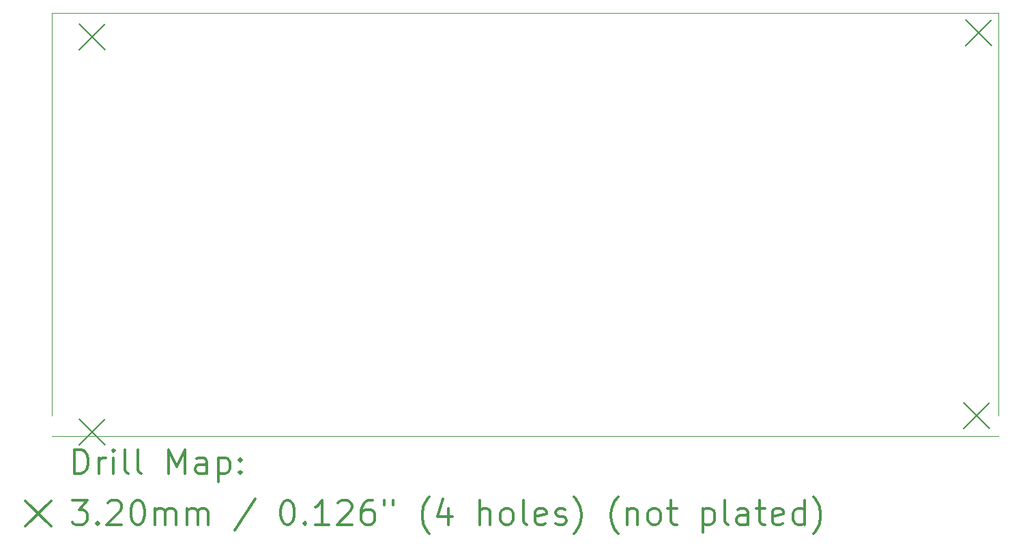
<source format=gbr>
%FSLAX45Y45*%
G04 Gerber Fmt 4.5, Leading zero omitted, Abs format (unit mm)*
G04 Created by KiCad (PCBNEW (5.1.5-0)) date 2020-04-03 13:37:01*
%MOMM*%
%LPD*%
G04 APERTURE LIST*
%TA.AperFunction,Profile*%
%ADD10C,0.050000*%
%TD*%
%ADD11C,0.200000*%
%ADD12C,0.300000*%
G04 APERTURE END LIST*
D10*
X11750000Y250000D02*
X11750000Y5250000D01*
X11750000Y5250000D02*
X0Y5250000D01*
X0Y0D02*
X11750000Y0D01*
X0Y5250000D02*
X0Y250000D01*
D11*
X11315000Y410000D02*
X11635000Y90000D01*
X11635000Y410000D02*
X11315000Y90000D01*
X11340000Y5160000D02*
X11660000Y4840000D01*
X11660000Y5160000D02*
X11340000Y4840000D01*
X340000Y210000D02*
X660000Y-110000D01*
X660000Y210000D02*
X340000Y-110000D01*
X340000Y5110000D02*
X660000Y4790000D01*
X660000Y5110000D02*
X340000Y4790000D01*
D12*
X283928Y-468214D02*
X283928Y-168214D01*
X355357Y-168214D01*
X398214Y-182500D01*
X426786Y-211071D01*
X441071Y-239643D01*
X455357Y-296786D01*
X455357Y-339643D01*
X441071Y-396786D01*
X426786Y-425357D01*
X398214Y-453929D01*
X355357Y-468214D01*
X283928Y-468214D01*
X583928Y-468214D02*
X583928Y-268214D01*
X583928Y-325357D02*
X598214Y-296786D01*
X612500Y-282500D01*
X641071Y-268214D01*
X669643Y-268214D01*
X769643Y-468214D02*
X769643Y-268214D01*
X769643Y-168214D02*
X755357Y-182500D01*
X769643Y-196786D01*
X783928Y-182500D01*
X769643Y-168214D01*
X769643Y-196786D01*
X955357Y-468214D02*
X926786Y-453929D01*
X912500Y-425357D01*
X912500Y-168214D01*
X1112500Y-468214D02*
X1083928Y-453929D01*
X1069643Y-425357D01*
X1069643Y-168214D01*
X1455357Y-468214D02*
X1455357Y-168214D01*
X1555357Y-382500D01*
X1655357Y-168214D01*
X1655357Y-468214D01*
X1926786Y-468214D02*
X1926786Y-311072D01*
X1912500Y-282500D01*
X1883928Y-268214D01*
X1826786Y-268214D01*
X1798214Y-282500D01*
X1926786Y-453929D02*
X1898214Y-468214D01*
X1826786Y-468214D01*
X1798214Y-453929D01*
X1783928Y-425357D01*
X1783928Y-396786D01*
X1798214Y-368214D01*
X1826786Y-353929D01*
X1898214Y-353929D01*
X1926786Y-339643D01*
X2069643Y-268214D02*
X2069643Y-568214D01*
X2069643Y-282500D02*
X2098214Y-268214D01*
X2155357Y-268214D01*
X2183928Y-282500D01*
X2198214Y-296786D01*
X2212500Y-325357D01*
X2212500Y-411071D01*
X2198214Y-439643D01*
X2183928Y-453929D01*
X2155357Y-468214D01*
X2098214Y-468214D01*
X2069643Y-453929D01*
X2341071Y-439643D02*
X2355357Y-453929D01*
X2341071Y-468214D01*
X2326786Y-453929D01*
X2341071Y-439643D01*
X2341071Y-468214D01*
X2341071Y-282500D02*
X2355357Y-296786D01*
X2341071Y-311072D01*
X2326786Y-296786D01*
X2341071Y-282500D01*
X2341071Y-311072D01*
X-322500Y-802500D02*
X-2500Y-1122500D01*
X-2500Y-802500D02*
X-322500Y-1122500D01*
X255357Y-798214D02*
X441071Y-798214D01*
X341071Y-912500D01*
X383928Y-912500D01*
X412500Y-926786D01*
X426786Y-941071D01*
X441071Y-969643D01*
X441071Y-1041071D01*
X426786Y-1069643D01*
X412500Y-1083929D01*
X383928Y-1098214D01*
X298214Y-1098214D01*
X269643Y-1083929D01*
X255357Y-1069643D01*
X569643Y-1069643D02*
X583928Y-1083929D01*
X569643Y-1098214D01*
X555357Y-1083929D01*
X569643Y-1069643D01*
X569643Y-1098214D01*
X698214Y-826786D02*
X712500Y-812500D01*
X741071Y-798214D01*
X812500Y-798214D01*
X841071Y-812500D01*
X855357Y-826786D01*
X869643Y-855357D01*
X869643Y-883929D01*
X855357Y-926786D01*
X683928Y-1098214D01*
X869643Y-1098214D01*
X1055357Y-798214D02*
X1083928Y-798214D01*
X1112500Y-812500D01*
X1126786Y-826786D01*
X1141071Y-855357D01*
X1155357Y-912500D01*
X1155357Y-983929D01*
X1141071Y-1041071D01*
X1126786Y-1069643D01*
X1112500Y-1083929D01*
X1083928Y-1098214D01*
X1055357Y-1098214D01*
X1026786Y-1083929D01*
X1012500Y-1069643D01*
X998214Y-1041071D01*
X983928Y-983929D01*
X983928Y-912500D01*
X998214Y-855357D01*
X1012500Y-826786D01*
X1026786Y-812500D01*
X1055357Y-798214D01*
X1283928Y-1098214D02*
X1283928Y-898214D01*
X1283928Y-926786D02*
X1298214Y-912500D01*
X1326786Y-898214D01*
X1369643Y-898214D01*
X1398214Y-912500D01*
X1412500Y-941071D01*
X1412500Y-1098214D01*
X1412500Y-941071D02*
X1426786Y-912500D01*
X1455357Y-898214D01*
X1498214Y-898214D01*
X1526786Y-912500D01*
X1541071Y-941071D01*
X1541071Y-1098214D01*
X1683928Y-1098214D02*
X1683928Y-898214D01*
X1683928Y-926786D02*
X1698214Y-912500D01*
X1726786Y-898214D01*
X1769643Y-898214D01*
X1798214Y-912500D01*
X1812500Y-941071D01*
X1812500Y-1098214D01*
X1812500Y-941071D02*
X1826786Y-912500D01*
X1855357Y-898214D01*
X1898214Y-898214D01*
X1926786Y-912500D01*
X1941071Y-941071D01*
X1941071Y-1098214D01*
X2526786Y-783929D02*
X2269643Y-1169643D01*
X2912500Y-798214D02*
X2941071Y-798214D01*
X2969643Y-812500D01*
X2983928Y-826786D01*
X2998214Y-855357D01*
X3012500Y-912500D01*
X3012500Y-983929D01*
X2998214Y-1041071D01*
X2983928Y-1069643D01*
X2969643Y-1083929D01*
X2941071Y-1098214D01*
X2912500Y-1098214D01*
X2883928Y-1083929D01*
X2869643Y-1069643D01*
X2855357Y-1041071D01*
X2841071Y-983929D01*
X2841071Y-912500D01*
X2855357Y-855357D01*
X2869643Y-826786D01*
X2883928Y-812500D01*
X2912500Y-798214D01*
X3141071Y-1069643D02*
X3155357Y-1083929D01*
X3141071Y-1098214D01*
X3126786Y-1083929D01*
X3141071Y-1069643D01*
X3141071Y-1098214D01*
X3441071Y-1098214D02*
X3269643Y-1098214D01*
X3355357Y-1098214D02*
X3355357Y-798214D01*
X3326786Y-841071D01*
X3298214Y-869643D01*
X3269643Y-883929D01*
X3555357Y-826786D02*
X3569643Y-812500D01*
X3598214Y-798214D01*
X3669643Y-798214D01*
X3698214Y-812500D01*
X3712500Y-826786D01*
X3726786Y-855357D01*
X3726786Y-883929D01*
X3712500Y-926786D01*
X3541071Y-1098214D01*
X3726786Y-1098214D01*
X3983928Y-798214D02*
X3926786Y-798214D01*
X3898214Y-812500D01*
X3883928Y-826786D01*
X3855357Y-869643D01*
X3841071Y-926786D01*
X3841071Y-1041071D01*
X3855357Y-1069643D01*
X3869643Y-1083929D01*
X3898214Y-1098214D01*
X3955357Y-1098214D01*
X3983928Y-1083929D01*
X3998214Y-1069643D01*
X4012500Y-1041071D01*
X4012500Y-969643D01*
X3998214Y-941071D01*
X3983928Y-926786D01*
X3955357Y-912500D01*
X3898214Y-912500D01*
X3869643Y-926786D01*
X3855357Y-941071D01*
X3841071Y-969643D01*
X4126786Y-798214D02*
X4126786Y-855357D01*
X4241071Y-798214D02*
X4241071Y-855357D01*
X4683928Y-1212500D02*
X4669643Y-1198214D01*
X4641071Y-1155357D01*
X4626786Y-1126786D01*
X4612500Y-1083929D01*
X4598214Y-1012500D01*
X4598214Y-955357D01*
X4612500Y-883929D01*
X4626786Y-841071D01*
X4641071Y-812500D01*
X4669643Y-769643D01*
X4683928Y-755357D01*
X4926786Y-898214D02*
X4926786Y-1098214D01*
X4855357Y-783929D02*
X4783928Y-998214D01*
X4969643Y-998214D01*
X5312500Y-1098214D02*
X5312500Y-798214D01*
X5441071Y-1098214D02*
X5441071Y-941071D01*
X5426786Y-912500D01*
X5398214Y-898214D01*
X5355357Y-898214D01*
X5326786Y-912500D01*
X5312500Y-926786D01*
X5626786Y-1098214D02*
X5598214Y-1083929D01*
X5583928Y-1069643D01*
X5569643Y-1041071D01*
X5569643Y-955357D01*
X5583928Y-926786D01*
X5598214Y-912500D01*
X5626786Y-898214D01*
X5669643Y-898214D01*
X5698214Y-912500D01*
X5712500Y-926786D01*
X5726786Y-955357D01*
X5726786Y-1041071D01*
X5712500Y-1069643D01*
X5698214Y-1083929D01*
X5669643Y-1098214D01*
X5626786Y-1098214D01*
X5898214Y-1098214D02*
X5869643Y-1083929D01*
X5855357Y-1055357D01*
X5855357Y-798214D01*
X6126786Y-1083929D02*
X6098214Y-1098214D01*
X6041071Y-1098214D01*
X6012500Y-1083929D01*
X5998214Y-1055357D01*
X5998214Y-941071D01*
X6012500Y-912500D01*
X6041071Y-898214D01*
X6098214Y-898214D01*
X6126786Y-912500D01*
X6141071Y-941071D01*
X6141071Y-969643D01*
X5998214Y-998214D01*
X6255357Y-1083929D02*
X6283928Y-1098214D01*
X6341071Y-1098214D01*
X6369643Y-1083929D01*
X6383928Y-1055357D01*
X6383928Y-1041071D01*
X6369643Y-1012500D01*
X6341071Y-998214D01*
X6298214Y-998214D01*
X6269643Y-983929D01*
X6255357Y-955357D01*
X6255357Y-941071D01*
X6269643Y-912500D01*
X6298214Y-898214D01*
X6341071Y-898214D01*
X6369643Y-912500D01*
X6483928Y-1212500D02*
X6498214Y-1198214D01*
X6526786Y-1155357D01*
X6541071Y-1126786D01*
X6555357Y-1083929D01*
X6569643Y-1012500D01*
X6569643Y-955357D01*
X6555357Y-883929D01*
X6541071Y-841071D01*
X6526786Y-812500D01*
X6498214Y-769643D01*
X6483928Y-755357D01*
X7026786Y-1212500D02*
X7012500Y-1198214D01*
X6983928Y-1155357D01*
X6969643Y-1126786D01*
X6955357Y-1083929D01*
X6941071Y-1012500D01*
X6941071Y-955357D01*
X6955357Y-883929D01*
X6969643Y-841071D01*
X6983928Y-812500D01*
X7012500Y-769643D01*
X7026786Y-755357D01*
X7141071Y-898214D02*
X7141071Y-1098214D01*
X7141071Y-926786D02*
X7155357Y-912500D01*
X7183928Y-898214D01*
X7226786Y-898214D01*
X7255357Y-912500D01*
X7269643Y-941071D01*
X7269643Y-1098214D01*
X7455357Y-1098214D02*
X7426786Y-1083929D01*
X7412500Y-1069643D01*
X7398214Y-1041071D01*
X7398214Y-955357D01*
X7412500Y-926786D01*
X7426786Y-912500D01*
X7455357Y-898214D01*
X7498214Y-898214D01*
X7526786Y-912500D01*
X7541071Y-926786D01*
X7555357Y-955357D01*
X7555357Y-1041071D01*
X7541071Y-1069643D01*
X7526786Y-1083929D01*
X7498214Y-1098214D01*
X7455357Y-1098214D01*
X7641071Y-898214D02*
X7755357Y-898214D01*
X7683928Y-798214D02*
X7683928Y-1055357D01*
X7698214Y-1083929D01*
X7726786Y-1098214D01*
X7755357Y-1098214D01*
X8083928Y-898214D02*
X8083928Y-1198214D01*
X8083928Y-912500D02*
X8112500Y-898214D01*
X8169643Y-898214D01*
X8198214Y-912500D01*
X8212500Y-926786D01*
X8226786Y-955357D01*
X8226786Y-1041071D01*
X8212500Y-1069643D01*
X8198214Y-1083929D01*
X8169643Y-1098214D01*
X8112500Y-1098214D01*
X8083928Y-1083929D01*
X8398214Y-1098214D02*
X8369643Y-1083929D01*
X8355357Y-1055357D01*
X8355357Y-798214D01*
X8641071Y-1098214D02*
X8641071Y-941071D01*
X8626786Y-912500D01*
X8598214Y-898214D01*
X8541071Y-898214D01*
X8512500Y-912500D01*
X8641071Y-1083929D02*
X8612500Y-1098214D01*
X8541071Y-1098214D01*
X8512500Y-1083929D01*
X8498214Y-1055357D01*
X8498214Y-1026786D01*
X8512500Y-998214D01*
X8541071Y-983929D01*
X8612500Y-983929D01*
X8641071Y-969643D01*
X8741071Y-898214D02*
X8855357Y-898214D01*
X8783928Y-798214D02*
X8783928Y-1055357D01*
X8798214Y-1083929D01*
X8826786Y-1098214D01*
X8855357Y-1098214D01*
X9069643Y-1083929D02*
X9041071Y-1098214D01*
X8983928Y-1098214D01*
X8955357Y-1083929D01*
X8941071Y-1055357D01*
X8941071Y-941071D01*
X8955357Y-912500D01*
X8983928Y-898214D01*
X9041071Y-898214D01*
X9069643Y-912500D01*
X9083928Y-941071D01*
X9083928Y-969643D01*
X8941071Y-998214D01*
X9341071Y-1098214D02*
X9341071Y-798214D01*
X9341071Y-1083929D02*
X9312500Y-1098214D01*
X9255357Y-1098214D01*
X9226786Y-1083929D01*
X9212500Y-1069643D01*
X9198214Y-1041071D01*
X9198214Y-955357D01*
X9212500Y-926786D01*
X9226786Y-912500D01*
X9255357Y-898214D01*
X9312500Y-898214D01*
X9341071Y-912500D01*
X9455357Y-1212500D02*
X9469643Y-1198214D01*
X9498214Y-1155357D01*
X9512500Y-1126786D01*
X9526786Y-1083929D01*
X9541071Y-1012500D01*
X9541071Y-955357D01*
X9526786Y-883929D01*
X9512500Y-841071D01*
X9498214Y-812500D01*
X9469643Y-769643D01*
X9455357Y-755357D01*
M02*

</source>
